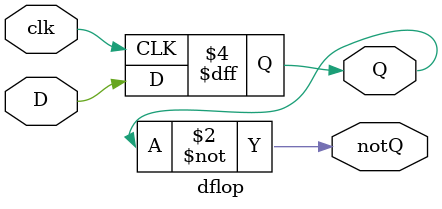
<source format=v>
module dflop(
input D, clk,
output reg Q,
output notQ
    );
    
    initial begin
    Q <= 0;
    end
    
   always @ (posedge clk) begin
   Q <= D;
   end
   assign notQ = ~Q;
endmodule

</source>
